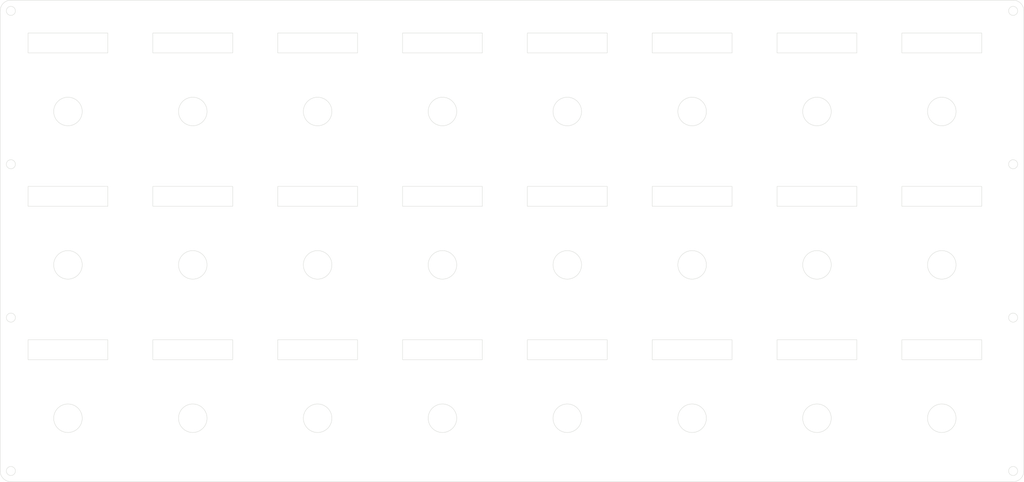
<source format=kicad_pcb>
(kicad_pcb (version 20221018) (generator pcbnew)

  (general
    (thickness 1.6)
  )

  (paper "A3")
  (layers
    (0 "F.Cu" signal)
    (31 "B.Cu" signal)
    (32 "B.Adhes" user "B.Adhesive")
    (33 "F.Adhes" user "F.Adhesive")
    (34 "B.Paste" user)
    (35 "F.Paste" user)
    (36 "B.SilkS" user "B.Silkscreen")
    (37 "F.SilkS" user "F.Silkscreen")
    (38 "B.Mask" user)
    (39 "F.Mask" user)
    (40 "Dwgs.User" user "User.Drawings")
    (41 "Cmts.User" user "User.Comments")
    (42 "Eco1.User" user "User.Eco1")
    (43 "Eco2.User" user "User.Eco2")
    (44 "Edge.Cuts" user)
    (45 "Margin" user)
    (46 "B.CrtYd" user "B.Courtyard")
    (47 "F.CrtYd" user "F.Courtyard")
    (48 "B.Fab" user)
    (49 "F.Fab" user)
    (50 "User.1" user)
    (51 "User.2" user)
    (52 "User.3" user)
    (53 "User.4" user)
    (54 "User.5" user)
    (55 "User.6" user)
    (56 "User.7" user)
    (57 "User.8" user)
    (58 "User.9" user)
  )

  (setup
    (pad_to_mask_clearance 0)
    (grid_origin 65 74)
    (pcbplotparams
      (layerselection 0x00010fc_ffffffff)
      (plot_on_all_layers_selection 0x0000000_00000000)
      (disableapertmacros false)
      (usegerberextensions false)
      (usegerberattributes true)
      (usegerberadvancedattributes true)
      (creategerberjobfile true)
      (dashed_line_dash_ratio 12.000000)
      (dashed_line_gap_ratio 3.000000)
      (svgprecision 4)
      (plotframeref false)
      (viasonmask false)
      (mode 1)
      (useauxorigin false)
      (hpglpennumber 1)
      (hpglpenspeed 20)
      (hpglpendiameter 15.000000)
      (dxfpolygonmode true)
      (dxfimperialunits true)
      (dxfusepcbnewfont true)
      (psnegative false)
      (psa4output false)
      (plotreference true)
      (plotvalue true)
      (plotinvisibletext false)
      (sketchpadsonfab false)
      (subtractmaskfromsilk false)
      (outputformat 1)
      (mirror false)
      (drillshape 0)
      (scaleselection 1)
      (outputdirectory "midi-controller_pot-faceplate_teensy_outputs/")
    )
  )

  (net 0 "")

  (gr_circle (center 151 145.21) (end 155 145.21)
    (stroke (width 0.1) (type default)) (fill none) (layer "Edge.Cuts") (tstamp 021b44a8-b3bd-4ed2-93ae-e8fd03af7388))
  (gr_circle (center 81 145.21) (end 85 145.21)
    (stroke (width 0.1) (type default)) (fill none) (layer "Edge.Cuts") (tstamp 02e51eb2-7f85-4dcb-9236-287e09670848))
  (gr_circle (center 326 102.21) (end 330 102.21)
    (stroke (width 0.1) (type default)) (fill none) (layer "Edge.Cuts") (tstamp 0cc4a4e7-2a8c-4985-94ee-9aa11f080b90))
  (gr_circle (center 326 188.21) (end 330 188.21)
    (stroke (width 0.1) (type default)) (fill none) (layer "Edge.Cuts") (tstamp 11018391-48a7-4686-9eb1-bc506823c7da))
  (gr_rect (start 244.81 166.21) (end 267.19 171.79)
    (stroke (width 0.1) (type default)) (fill none) (layer "Edge.Cuts") (tstamp 15b5dce6-1c25-49bf-be99-450dcf71552b))
  (gr_circle (center 65 160) (end 66.27 160)
    (stroke (width 0.1) (type default)) (fill none) (layer "Edge.Cuts") (tstamp 1a2f7dd8-4d1b-4968-b38c-0e5584dbaa1a))
  (gr_line (start 65 71) (end 346 71)
    (stroke (width 0.1) (type default)) (layer "Edge.Cuts") (tstamp 20752b55-b441-4181-adcf-3d66512482e9))
  (gr_rect (start 209.81 123.21) (end 232.19 128.79)
    (stroke (width 0.1) (type default)) (fill none) (layer "Edge.Cuts") (tstamp 28c27954-cb9f-40fd-823a-b96180d576ed))
  (gr_circle (center 346 74) (end 347.27 74)
    (stroke (width 0.1) (type default)) (fill none) (layer "Edge.Cuts") (tstamp 2bed2190-d938-4c70-b401-29c7918be76d))
  (gr_rect (start 209.81 80.21) (end 232.19 85.79)
    (stroke (width 0.1) (type default)) (fill none) (layer "Edge.Cuts") (tstamp 2ec9acba-9a14-4c12-bf38-d11042adda1b))
  (gr_circle (center 346 160) (end 347.27 160)
    (stroke (width 0.1) (type default)) (fill none) (layer "Edge.Cuts") (tstamp 34616fd3-0761-4bcf-8bc5-ae784f9e4e9a))
  (gr_circle (center 256 145.21) (end 260 145.21)
    (stroke (width 0.1) (type default)) (fill none) (layer "Edge.Cuts") (tstamp 37eb64cd-9df6-4d54-87d2-ed9670c1423a))
  (gr_rect (start 314.81 123.21) (end 337.19 128.79)
    (stroke (width 0.1) (type default)) (fill none) (layer "Edge.Cuts") (tstamp 3f05c443-c67d-469c-bc46-071ed804e84c))
  (gr_circle (center 221 102.21) (end 225 102.21)
    (stroke (width 0.1) (type default)) (fill none) (layer "Edge.Cuts") (tstamp 4265f5c0-299c-46c6-9a4e-96e9c2f27400))
  (gr_rect (start 174.81 166.21) (end 197.19 171.79)
    (stroke (width 0.1) (type default)) (fill none) (layer "Edge.Cuts") (tstamp 4b798d50-8c12-402d-923e-8ecec394a782))
  (gr_circle (center 116 188.21) (end 120 188.21)
    (stroke (width 0.1) (type default)) (fill none) (layer "Edge.Cuts") (tstamp 4debabea-c704-4b1c-91c2-1e44032ff433))
  (gr_rect (start 279.81 80.21) (end 302.19 85.79)
    (stroke (width 0.1) (type default)) (fill none) (layer "Edge.Cuts") (tstamp 50d94823-4e9d-4026-8f97-e8e21b4ce5a7))
  (gr_circle (center 65 117) (end 66.27 117)
    (stroke (width 0.1) (type default)) (fill none) (layer "Edge.Cuts") (tstamp 510fcbfa-6db5-4789-87a6-3aa0289d276f))
  (gr_rect (start 139.81 80.21) (end 162.19 85.79)
    (stroke (width 0.1) (type default)) (fill none) (layer "Edge.Cuts") (tstamp 5d146e4f-6cfb-4617-8425-583f2b12c4e1))
  (gr_line (start 349 74) (end 349 203)
    (stroke (width 0.1) (type default)) (layer "Edge.Cuts") (tstamp 63a97126-3d1f-4e22-9ebc-3ce2c2bfee24))
  (gr_arc (start 65 206) (mid 62.87868 205.12132) (end 62 203)
    (stroke (width 0.1) (type default)) (layer "Edge.Cuts") (tstamp 67189c79-477e-4e24-a3b6-98e7731573e8))
  (gr_circle (center 116 145.21) (end 120 145.21)
    (stroke (width 0.1) (type default)) (fill none) (layer "Edge.Cuts") (tstamp 67aab938-2373-4411-bec1-d616de0f84ec))
  (gr_line (start 346 206) (end 65 206)
    (stroke (width 0.1) (type default)) (layer "Edge.Cuts") (tstamp 694eeeb0-f803-4c39-aacb-27c041a4c568))
  (gr_rect (start 104.81 166.21) (end 127.19 171.79)
    (stroke (width 0.1) (type default)) (fill none) (layer "Edge.Cuts") (tstamp 69754b2f-9223-4c69-87c8-b144a56bca6a))
  (gr_rect (start 314.81 166.21) (end 337.19 171.79)
    (stroke (width 0.1) (type default)) (fill none) (layer "Edge.Cuts") (tstamp 72bdad75-4681-40c5-83ee-43cc4011b3e3))
  (gr_circle (center 81 188.21) (end 85 188.21)
    (stroke (width 0.1) (type default)) (fill none) (layer "Edge.Cuts") (tstamp 731fc6a8-fa41-4b66-85f0-36bec8af4448))
  (gr_rect (start 279.81 166.21) (end 302.19 171.79)
    (stroke (width 0.1) (type default)) (fill none) (layer "Edge.Cuts") (tstamp 739a0643-8121-4e77-9f54-e4cc3f507e02))
  (gr_circle (center 256 188.21) (end 260 188.21)
    (stroke (width 0.1) (type default)) (fill none) (layer "Edge.Cuts") (tstamp 755752a3-6e2a-45fb-9c11-cd2dd14d6b6f))
  (gr_rect (start 279.81 123.21) (end 302.19 128.79)
    (stroke (width 0.1) (type default)) (fill none) (layer "Edge.Cuts") (tstamp 7a1a4ed6-5a58-4500-999e-859da307c1ca))
  (gr_rect (start 174.81 123.21) (end 197.19 128.79)
    (stroke (width 0.1) (type default)) (fill none) (layer "Edge.Cuts") (tstamp 7c143467-deb5-4282-b9b3-e538f70f313a))
  (gr_circle (center 186 102.21) (end 190 102.21)
    (stroke (width 0.1) (type default)) (fill none) (layer "Edge.Cuts") (tstamp 81df90a0-1a2e-49eb-ad29-376bb18c6384))
  (gr_circle (center 116 102.21) (end 120 102.21)
    (stroke (width 0.1) (type default)) (fill none) (layer "Edge.Cuts") (tstamp 84e6d992-0607-4700-9087-7e49fc4db547))
  (gr_rect (start 104.81 80.21) (end 127.19 85.79)
    (stroke (width 0.1) (type default)) (fill none) (layer "Edge.Cuts") (tstamp 89654f20-64e0-4c79-b09e-54bf943292a1))
  (gr_circle (center 151 102.21) (end 155 102.21)
    (stroke (width 0.1) (type default)) (fill none) (layer "Edge.Cuts") (tstamp 8ef48c8a-d98b-489f-a154-fede16426003))
  (gr_circle (center 186 145.21) (end 190 145.21)
    (stroke (width 0.1) (type default)) (fill none) (layer "Edge.Cuts") (tstamp 92fbcc60-75e3-4a96-967f-8d1ce1010236))
  (gr_rect (start 104.81 123.21) (end 127.19 128.79)
    (stroke (width 0.1) (type default)) (fill none) (layer "Edge.Cuts") (tstamp 93f281de-bfb2-4a26-b26a-98abca15bdc0))
  (gr_rect (start 139.81 166.21) (end 162.19 171.79)
    (stroke (width 0.1) (type default)) (fill none) (layer "Edge.Cuts") (tstamp 94fbade2-48f1-4d9c-b849-d2b58b6cb3ef))
  (gr_rect (start 244.81 80.21) (end 267.19 85.79)
    (stroke (width 0.1) (type default)) (fill none) (layer "Edge.Cuts") (tstamp 970b7332-8d7f-40dd-94d7-ad6bdd2009fb))
  (gr_arc (start 349 203) (mid 348.12132 205.12132) (end 346 206)
    (stroke (width 0.1) (type default)) (layer "Edge.Cuts") (tstamp 99cd2939-54d6-496e-a043-39427cbf46fa))
  (gr_circle (center 221 145.21) (end 225 145.21)
    (stroke (width 0.1) (type default)) (fill none) (layer "Edge.Cuts") (tstamp 9f4be45e-36b5-4828-8b53-ee70ee42a76c))
  (gr_rect (start 69.81 166.21) (end 92.19 171.79)
    (stroke (width 0.1) (type default)) (fill none) (layer "Edge.Cuts") (tstamp a0678b93-42fb-44ae-8a98-ba8547af5b47))
  (gr_circle (center 151 188.21) (end 155 188.21)
    (stroke (width 0.1) (type default)) (fill none) (layer "Edge.Cuts") (tstamp a1ae66dd-f3e1-42e2-b96d-6d73b287fc08))
  (gr_circle (center 346 203) (end 347.27 203)
    (stroke (width 0.1) (type default)) (fill none) (layer "Edge.Cuts") (tstamp a52ea56e-38b2-44a5-86c8-61b4181452c3))
  (gr_circle (center 346 117) (end 347.27 117)
    (stroke (width 0.1) (type default)) (fill none) (layer "Edge.Cuts") (tstamp afdaf2e9-0deb-4de1-8e97-da685b35e11f))
  (gr_line (start 62 203) (end 62 74)
    (stroke (width 0.1) (type default)) (layer "Edge.Cuts") (tstamp b4096395-9f60-4d3b-90d5-551c66e39135))
  (gr_rect (start 69.81 123.21) (end 92.19 128.79)
    (stroke (width 0.1) (type default)) (fill none) (layer "Edge.Cuts") (tstamp b4790756-6874-4d2e-8ea6-37f69c33b6fe))
  (gr_rect (start 139.81 123.21) (end 162.19 128.79)
    (stroke (width 0.1) (type default)) (fill none) (layer "Edge.Cuts") (tstamp b4b3bbab-c0f9-43a9-8a53-410382eb5087))
  (gr_circle (center 291 102.21) (end 295 102.21)
    (stroke (width 0.1) (type default)) (fill none) (layer "Edge.Cuts") (tstamp c85ceee3-5c44-447b-9a14-3ee13ed07fa9))
  (gr_circle (center 186 188.21) (end 190 188.21)
    (stroke (width 0.1) (type default)) (fill none) (layer "Edge.Cuts") (tstamp c9f1ff2f-af3b-496c-8dff-1fc5866621b4))
  (gr_circle (center 221 188.21) (end 225 188.21)
    (stroke (width 0.1) (type default)) (fill none) (layer "Edge.Cuts") (tstamp cd5de9a8-682b-429c-a02b-fe3f27f54fc3))
  (gr_rect (start 174.81 80.21) (end 197.19 85.79)
    (stroke (width 0.1) (type default)) (fill none) (layer "Edge.Cuts") (tstamp d078e512-eb5b-4cae-bf80-372a36cdc502))
  (gr_arc (start 346 71) (mid 348.12132 71.87868) (end 349 74)
    (stroke (width 0.1) (type default)) (layer "Edge.Cuts") (tstamp d51334de-6ad3-4c4d-a111-e1190cff6869))
  (gr_circle (center 326 145.21) (end 330 145.21)
    (stroke (width 0.1) (type default)) (fill none) (layer "Edge.Cuts") (tstamp d55e4dee-1539-4866-8e92-53d7fc9e2ee9))
  (gr_arc (start 62 74) (mid 62.87868 71.87868) (end 65 71)
    (stroke (width 0.1) (type default)) (layer "Edge.Cuts") (tstamp d72b9747-3ad1-4d6d-986a-eccf65eb3353))
  (gr_circle (center 65 74) (end 66.27 74)
    (stroke (width 0.1) (type default)) (fill none) (layer "Edge.Cuts") (tstamp d8a2c78a-5b53-4943-8c9a-971c0ee5aff0))
  (gr_rect (start 244.81 123.21) (end 267.19 128.79)
    (stroke (width 0.1) (type default)) (fill none) (layer "Edge.Cuts") (tstamp d8dd4d05-2c7c-4e32-9b29-c8cca8e7f02e))
  (gr_circle (center 65 203) (end 66.27 203)
    (stroke (width 0.1) (type default)) (fill none) (layer "Edge.Cuts") (tstamp e1f75a89-0924-4ad5-92e1-d3e4745048b9))
  (gr_rect (start 209.81 166.21) (end 232.19 171.79)
    (stroke (width 0.1) (type default)) (fill none) (layer "Edge.Cuts") (tstamp e34dc66a-3864-4289-ab6f-8e3d3c9fb534))
  (gr_circle (center 291 188.21) (end 295 188.21)
    (stroke (width 0.1) (type default)) (fill none) (layer "Edge.Cuts") (tstamp e3559717-4f26-401c-9de1-4ca8e31e8a19))
  (gr_circle (center 291 145.21) (end 295 145.21)
    (stroke (width 0.1) (type default)) (fill none) (layer "Edge.Cuts") (tstamp eec53899-95b3-4b03-8742-835ffec90695))
  (gr_circle (center 81 102.21) (end 85 102.21)
    (stroke (width 0.1) (type default)) (fill none) (layer "Edge.Cuts") (tstamp f328c2b5-fdae-4dcb-bde1-0e2bd00a7603))
  (gr_rect (start 69.81 80.21) (end 92.19 85.79)
    (stroke (width 0.1) (type default)) (fill none) (layer "Edge.Cuts") (tstamp fbdff65d-61a5-48ed-9c39-35068d87ecc2))
  (gr_circle (center 256 102.21) (end 260 102.21)
    (stroke (width 0.1) (type default)) (fill none) (layer "Edge.Cuts") (tstamp fc9cded4-9236-4972-a7bc-3cfbb37c6285))
  (gr_rect (start 314.81 80.21) (end 337.19 85.79)
    (stroke (width 0.1) (type default)) (fill none) (layer "Edge.Cuts") (tstamp fe66de65-ff5f-49b5-9930-9489275af5a0))

)

</source>
